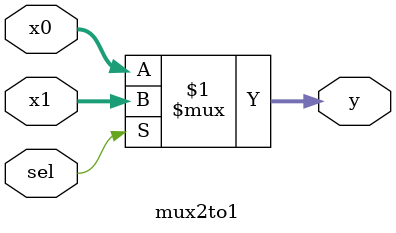
<source format=v>

module mux2to1(sel, x0, x1, y);
	input [31:0] x0, x1;
	input sel;
	output [31:0] y;
	
	assign y = sel ? x1 : x0;	
endmodule

</source>
